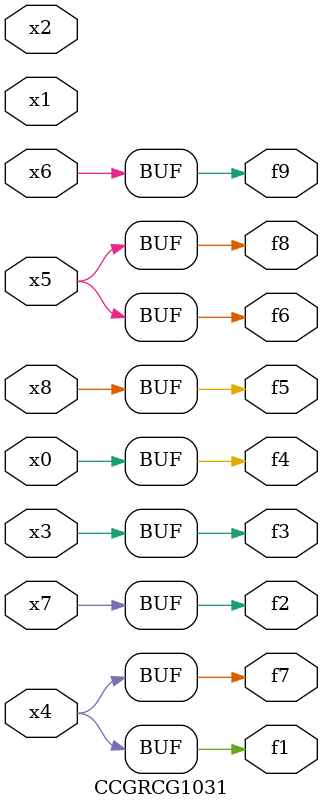
<source format=v>
module CCGRCG1031(
	input x0, x1, x2, x3, x4, x5, x6, x7, x8,
	output f1, f2, f3, f4, f5, f6, f7, f8, f9
);
	assign f1 = x4;
	assign f2 = x7;
	assign f3 = x3;
	assign f4 = x0;
	assign f5 = x8;
	assign f6 = x5;
	assign f7 = x4;
	assign f8 = x5;
	assign f9 = x6;
endmodule

</source>
